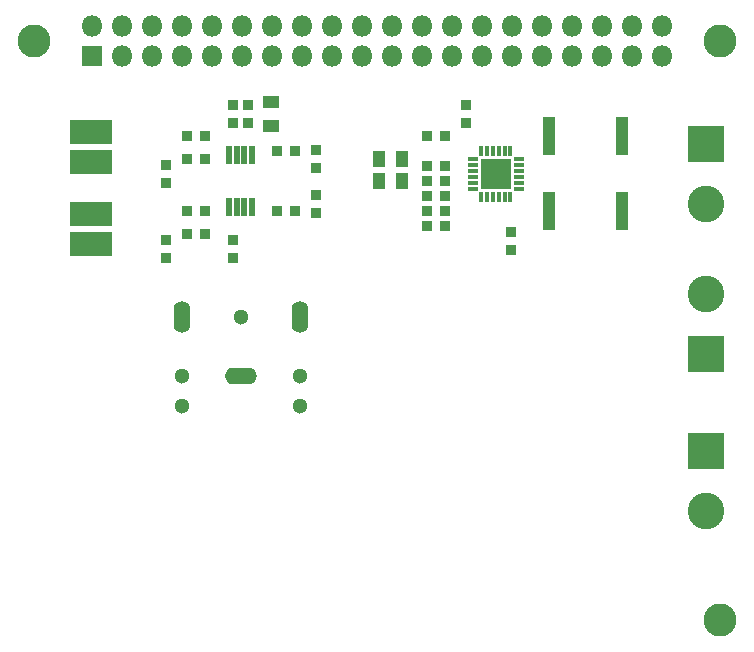
<source format=gts>
G04 #@! TF.GenerationSoftware,KiCad,Pcbnew,(5.1.6)-1*
G04 #@! TF.CreationDate,2020-06-15T08:38:09-05:00*
G04 #@! TF.ProjectId,RPi_MotorAudio_Board,5250695f-4d6f-4746-9f72-417564696f5f,rev?*
G04 #@! TF.SameCoordinates,Original*
G04 #@! TF.FileFunction,Soldermask,Top*
G04 #@! TF.FilePolarity,Negative*
%FSLAX46Y46*%
G04 Gerber Fmt 4.6, Leading zero omitted, Abs format (unit mm)*
G04 Created by KiCad (PCBNEW (5.1.6)-1) date 2020-06-15 08:38:09*
%MOMM*%
%LPD*%
G01*
G04 APERTURE LIST*
%ADD10R,3.100000X3.100000*%
%ADD11C,3.100000*%
%ADD12C,1.300000*%
%ADD13O,1.408000X2.716000*%
%ADD14O,2.716000X1.408000*%
%ADD15R,2.550000X2.550000*%
%ADD16R,0.370000X0.960000*%
%ADD17R,0.960000X0.370000*%
%ADD18R,0.550000X1.550000*%
%ADD19R,1.100000X3.300000*%
%ADD20R,0.850000X0.900000*%
%ADD21R,0.900000X0.850000*%
%ADD22C,2.800000*%
%ADD23R,3.600000X2.100000*%
%ADD24R,1.100000X1.350000*%
%ADD25R,1.350000X1.100000*%
%ADD26R,1.800000X1.800000*%
%ADD27O,1.800000X1.800000*%
G04 APERTURE END LIST*
D10*
X260325000Y-106185000D03*
D11*
X260325000Y-111265000D03*
D12*
X225955000Y-125870000D03*
X225955000Y-128370000D03*
X220955000Y-120870000D03*
X215955000Y-125870000D03*
X215955000Y-128370000D03*
D13*
X215955000Y-120870000D03*
X225955000Y-120870000D03*
D14*
X220955000Y-125870000D03*
D15*
X242545000Y-108725000D03*
D16*
X243795000Y-110660000D03*
X243295000Y-110660000D03*
X242795000Y-110660000D03*
X242295000Y-110660000D03*
X241795000Y-110660000D03*
X241295000Y-110660000D03*
D17*
X240610000Y-109975000D03*
X240610000Y-109475000D03*
X240610000Y-108975000D03*
X240610000Y-108475000D03*
X240610000Y-107975000D03*
X240610000Y-107475000D03*
D16*
X241295000Y-106790000D03*
X241795000Y-106790000D03*
X242295000Y-106790000D03*
X242795000Y-106790000D03*
X243295000Y-106790000D03*
X243795000Y-106790000D03*
D17*
X244480000Y-107475000D03*
X244480000Y-107975000D03*
X244480000Y-108475000D03*
X244480000Y-108975000D03*
X244480000Y-109475000D03*
X244480000Y-109975000D03*
D18*
X221930000Y-107160000D03*
X221280000Y-107160000D03*
X220630000Y-107160000D03*
X219980000Y-107160000D03*
X219980000Y-111560000D03*
X220630000Y-111560000D03*
X221280000Y-111560000D03*
X221930000Y-111560000D03*
D19*
X253265000Y-105550000D03*
X247065000Y-105550000D03*
X253265000Y-111900000D03*
X247065000Y-111900000D03*
D20*
X243815000Y-113690000D03*
X243815000Y-115190000D03*
X240005000Y-102895000D03*
X240005000Y-104395000D03*
X220320000Y-115825000D03*
X220320000Y-114325000D03*
D21*
X216395000Y-107455000D03*
X217895000Y-107455000D03*
X216395000Y-105550000D03*
X217895000Y-105550000D03*
X216395000Y-113805000D03*
X217895000Y-113805000D03*
X216395000Y-111900000D03*
X217895000Y-111900000D03*
D22*
X261500000Y-146500000D03*
X261500000Y-97500000D03*
X203500000Y-97500000D03*
D23*
X208255000Y-107709000D03*
X208255000Y-105185000D03*
X208255000Y-114694000D03*
X208255000Y-112170000D03*
D10*
X260325000Y-123965000D03*
D11*
X260325000Y-118885000D03*
D10*
X260325000Y-132220000D03*
D11*
X260325000Y-137300000D03*
D21*
X224015000Y-111900000D03*
X225515000Y-111900000D03*
X224015000Y-106820000D03*
X225515000Y-106820000D03*
X236715000Y-105550000D03*
X238215000Y-105550000D03*
X236715000Y-110630000D03*
X238215000Y-110630000D03*
D24*
X234655000Y-109360000D03*
X232655000Y-109360000D03*
D21*
X236715000Y-111900000D03*
X238215000Y-111900000D03*
D24*
X234655000Y-107455000D03*
X232655000Y-107455000D03*
D20*
X227305000Y-112015000D03*
X227305000Y-110515000D03*
X227305000Y-108205000D03*
X227305000Y-106705000D03*
D21*
X236715000Y-113170000D03*
X238215000Y-113170000D03*
X236715000Y-108090000D03*
X238215000Y-108090000D03*
X236715000Y-109360000D03*
X238215000Y-109360000D03*
D25*
X223495000Y-104645000D03*
X223495000Y-102645000D03*
D20*
X221590000Y-102895000D03*
X221590000Y-104395000D03*
X220320000Y-102895000D03*
X220320000Y-104395000D03*
X214605000Y-109475000D03*
X214605000Y-107975000D03*
X214605000Y-115825000D03*
X214605000Y-114325000D03*
D26*
X208370000Y-98770000D03*
D27*
X208370000Y-96230000D03*
X210910000Y-98770000D03*
X210910000Y-96230000D03*
X213450000Y-98770000D03*
X213450000Y-96230000D03*
X215990000Y-98770000D03*
X215990000Y-96230000D03*
X218530000Y-98770000D03*
X218530000Y-96230000D03*
X221070000Y-98770000D03*
X221070000Y-96230000D03*
X223610000Y-98770000D03*
X223610000Y-96230000D03*
X226150000Y-98770000D03*
X226150000Y-96230000D03*
X228690000Y-98770000D03*
X228690000Y-96230000D03*
X231230000Y-98770000D03*
X231230000Y-96230000D03*
X233770000Y-98770000D03*
X233770000Y-96230000D03*
X236310000Y-98770000D03*
X236310000Y-96230000D03*
X238850000Y-98770000D03*
X238850000Y-96230000D03*
X241390000Y-98770000D03*
X241390000Y-96230000D03*
X243930000Y-98770000D03*
X243930000Y-96230000D03*
X246470000Y-98770000D03*
X246470000Y-96230000D03*
X249010000Y-98770000D03*
X249010000Y-96230000D03*
X251550000Y-98770000D03*
X251550000Y-96230000D03*
X254090000Y-98770000D03*
X254090000Y-96230000D03*
X256630000Y-98770000D03*
X256630000Y-96230000D03*
M02*

</source>
